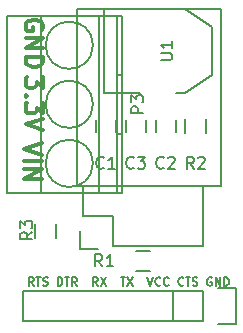
<source format=gbr>
G04 #@! TF.FileFunction,Legend,Top*
%FSLAX46Y46*%
G04 Gerber Fmt 4.6, Leading zero omitted, Abs format (unit mm)*
G04 Created by KiCad (PCBNEW 4.0.2-4+6225~38~ubuntu14.04.1-stable) date Sat 30 Apr 2016 11:35:10 AM PDT*
%MOMM*%
G01*
G04 APERTURE LIST*
%ADD10C,0.100000*%
%ADD11C,0.300000*%
%ADD12C,0.175000*%
%ADD13C,0.200000*%
%ADD14C,0.150000*%
G04 APERTURE END LIST*
D10*
D11*
X129853429Y-109418643D02*
X128353429Y-109918643D01*
X129853429Y-110418643D01*
X128353429Y-110918643D02*
X129853429Y-110918643D01*
X128353429Y-111632929D02*
X129853429Y-111632929D01*
X128353429Y-112490072D01*
X129853429Y-112490072D01*
X129909000Y-99822143D02*
X129980429Y-99679286D01*
X129980429Y-99465000D01*
X129909000Y-99250715D01*
X129766143Y-99107857D01*
X129623286Y-99036429D01*
X129337571Y-98965000D01*
X129123286Y-98965000D01*
X128837571Y-99036429D01*
X128694714Y-99107857D01*
X128551857Y-99250715D01*
X128480429Y-99465000D01*
X128480429Y-99607857D01*
X128551857Y-99822143D01*
X128623286Y-99893572D01*
X129123286Y-99893572D01*
X129123286Y-99607857D01*
X128480429Y-100536429D02*
X129980429Y-100536429D01*
X128480429Y-101393572D01*
X129980429Y-101393572D01*
X128480429Y-102107858D02*
X129980429Y-102107858D01*
X129980429Y-102465001D01*
X129909000Y-102679286D01*
X129766143Y-102822144D01*
X129623286Y-102893572D01*
X129337571Y-102965001D01*
X129123286Y-102965001D01*
X128837571Y-102893572D01*
X128694714Y-102822144D01*
X128551857Y-102679286D01*
X128480429Y-102465001D01*
X128480429Y-102107858D01*
X129980429Y-103830715D02*
X129980429Y-104759286D01*
X129409000Y-104259286D01*
X129409000Y-104473572D01*
X129337571Y-104616429D01*
X129266143Y-104687858D01*
X129123286Y-104759286D01*
X128766143Y-104759286D01*
X128623286Y-104687858D01*
X128551857Y-104616429D01*
X128480429Y-104473572D01*
X128480429Y-104045000D01*
X128551857Y-103902143D01*
X128623286Y-103830715D01*
X128623286Y-105402143D02*
X128551857Y-105473571D01*
X128480429Y-105402143D01*
X128551857Y-105330714D01*
X128623286Y-105402143D01*
X128480429Y-105402143D01*
X129980429Y-105973572D02*
X129980429Y-106902143D01*
X129409000Y-106402143D01*
X129409000Y-106616429D01*
X129337571Y-106759286D01*
X129266143Y-106830715D01*
X129123286Y-106902143D01*
X128766143Y-106902143D01*
X128623286Y-106830715D01*
X128551857Y-106759286D01*
X128480429Y-106616429D01*
X128480429Y-106187857D01*
X128551857Y-106045000D01*
X128623286Y-105973572D01*
X129980429Y-107330714D02*
X128480429Y-107830714D01*
X129980429Y-108330714D01*
D12*
X129156667Y-121474667D02*
X128923333Y-121141333D01*
X128756667Y-121474667D02*
X128756667Y-120774667D01*
X129023333Y-120774667D01*
X129090000Y-120808000D01*
X129123333Y-120841333D01*
X129156667Y-120908000D01*
X129156667Y-121008000D01*
X129123333Y-121074667D01*
X129090000Y-121108000D01*
X129023333Y-121141333D01*
X128756667Y-121141333D01*
X129356667Y-120774667D02*
X129756667Y-120774667D01*
X129556667Y-121474667D02*
X129556667Y-120774667D01*
X129956666Y-121441333D02*
X130056666Y-121474667D01*
X130223333Y-121474667D01*
X130290000Y-121441333D01*
X130323333Y-121408000D01*
X130356666Y-121341333D01*
X130356666Y-121274667D01*
X130323333Y-121208000D01*
X130290000Y-121174667D01*
X130223333Y-121141333D01*
X130090000Y-121108000D01*
X130023333Y-121074667D01*
X129990000Y-121041333D01*
X129956666Y-120974667D01*
X129956666Y-120908000D01*
X129990000Y-120841333D01*
X130023333Y-120808000D01*
X130090000Y-120774667D01*
X130256666Y-120774667D01*
X130356666Y-120808000D01*
D13*
X132842000Y-113030000D02*
X133350000Y-113030000D01*
X132842000Y-112776000D02*
X132842000Y-113030000D01*
X145034000Y-113030000D02*
X145034000Y-98044000D01*
X143510000Y-113030000D02*
X145034000Y-113030000D01*
X132842000Y-98044000D02*
X145034000Y-98044000D01*
X132842000Y-112776000D02*
X132842000Y-98044000D01*
X143510000Y-121920000D02*
X143510000Y-124460000D01*
X140970000Y-121920000D02*
X143510000Y-121920000D01*
X140970000Y-124460000D02*
X140970000Y-121920000D01*
X143510000Y-124460000D02*
X140970000Y-124460000D01*
X140970000Y-121920000D02*
X141224000Y-121920000D01*
X143256000Y-121920000D02*
X143510000Y-121920000D01*
X141224000Y-121920000D02*
X143256000Y-121920000D01*
D12*
X131196669Y-121474667D02*
X131196669Y-120774667D01*
X131363335Y-120774667D01*
X131463335Y-120808000D01*
X131530002Y-120874667D01*
X131563335Y-120941333D01*
X131596669Y-121074667D01*
X131596669Y-121174667D01*
X131563335Y-121308000D01*
X131530002Y-121374667D01*
X131463335Y-121441333D01*
X131363335Y-121474667D01*
X131196669Y-121474667D01*
X131796669Y-120774667D02*
X132196669Y-120774667D01*
X131996669Y-121474667D02*
X131996669Y-120774667D01*
X132830002Y-121474667D02*
X132596668Y-121141333D01*
X132430002Y-121474667D02*
X132430002Y-120774667D01*
X132696668Y-120774667D01*
X132763335Y-120808000D01*
X132796668Y-120841333D01*
X132830002Y-120908000D01*
X132830002Y-121008000D01*
X132796668Y-121074667D01*
X132763335Y-121108000D01*
X132696668Y-121141333D01*
X132430002Y-121141333D01*
X134596668Y-121474667D02*
X134363334Y-121141333D01*
X134196668Y-121474667D02*
X134196668Y-120774667D01*
X134463334Y-120774667D01*
X134530001Y-120808000D01*
X134563334Y-120841333D01*
X134596668Y-120908000D01*
X134596668Y-121008000D01*
X134563334Y-121074667D01*
X134530001Y-121108000D01*
X134463334Y-121141333D01*
X134196668Y-121141333D01*
X134830001Y-120774667D02*
X135296668Y-121474667D01*
X135296668Y-120774667D02*
X134830001Y-121474667D01*
X136530001Y-120774667D02*
X136930001Y-120774667D01*
X136730001Y-121474667D02*
X136730001Y-120774667D01*
X137096667Y-120774667D02*
X137563334Y-121474667D01*
X137563334Y-120774667D02*
X137096667Y-121474667D01*
X138796667Y-120774667D02*
X139030000Y-121474667D01*
X139263333Y-120774667D01*
X139896667Y-121408000D02*
X139863333Y-121441333D01*
X139763333Y-121474667D01*
X139696667Y-121474667D01*
X139596667Y-121441333D01*
X139530000Y-121374667D01*
X139496667Y-121308000D01*
X139463333Y-121174667D01*
X139463333Y-121074667D01*
X139496667Y-120941333D01*
X139530000Y-120874667D01*
X139596667Y-120808000D01*
X139696667Y-120774667D01*
X139763333Y-120774667D01*
X139863333Y-120808000D01*
X139896667Y-120841333D01*
X140596667Y-121408000D02*
X140563333Y-121441333D01*
X140463333Y-121474667D01*
X140396667Y-121474667D01*
X140296667Y-121441333D01*
X140230000Y-121374667D01*
X140196667Y-121308000D01*
X140163333Y-121174667D01*
X140163333Y-121074667D01*
X140196667Y-120941333D01*
X140230000Y-120874667D01*
X140296667Y-120808000D01*
X140396667Y-120774667D01*
X140463333Y-120774667D01*
X140563333Y-120808000D01*
X140596667Y-120841333D01*
X141830000Y-121408000D02*
X141796666Y-121441333D01*
X141696666Y-121474667D01*
X141630000Y-121474667D01*
X141530000Y-121441333D01*
X141463333Y-121374667D01*
X141430000Y-121308000D01*
X141396666Y-121174667D01*
X141396666Y-121074667D01*
X141430000Y-120941333D01*
X141463333Y-120874667D01*
X141530000Y-120808000D01*
X141630000Y-120774667D01*
X141696666Y-120774667D01*
X141796666Y-120808000D01*
X141830000Y-120841333D01*
X142030000Y-120774667D02*
X142430000Y-120774667D01*
X142230000Y-121474667D02*
X142230000Y-120774667D01*
X142629999Y-121441333D02*
X142729999Y-121474667D01*
X142896666Y-121474667D01*
X142963333Y-121441333D01*
X142996666Y-121408000D01*
X143029999Y-121341333D01*
X143029999Y-121274667D01*
X142996666Y-121208000D01*
X142963333Y-121174667D01*
X142896666Y-121141333D01*
X142763333Y-121108000D01*
X142696666Y-121074667D01*
X142663333Y-121041333D01*
X142629999Y-120974667D01*
X142629999Y-120908000D01*
X142663333Y-120841333D01*
X142696666Y-120808000D01*
X142763333Y-120774667D01*
X142929999Y-120774667D01*
X143029999Y-120808000D01*
X144229999Y-120808000D02*
X144163333Y-120774667D01*
X144063333Y-120774667D01*
X143963333Y-120808000D01*
X143896666Y-120874667D01*
X143863333Y-120941333D01*
X143829999Y-121074667D01*
X143829999Y-121174667D01*
X143863333Y-121308000D01*
X143896666Y-121374667D01*
X143963333Y-121441333D01*
X144063333Y-121474667D01*
X144129999Y-121474667D01*
X144229999Y-121441333D01*
X144263333Y-121408000D01*
X144263333Y-121174667D01*
X144129999Y-121174667D01*
X144563333Y-121474667D02*
X144563333Y-120774667D01*
X144963333Y-121474667D01*
X144963333Y-120774667D01*
X145296666Y-121474667D02*
X145296666Y-120774667D01*
X145463332Y-120774667D01*
X145563332Y-120808000D01*
X145629999Y-120874667D01*
X145663332Y-120941333D01*
X145696666Y-121074667D01*
X145696666Y-121174667D01*
X145663332Y-121308000D01*
X145629999Y-121374667D01*
X145563332Y-121441333D01*
X145463332Y-121474667D01*
X145296666Y-121474667D01*
D14*
X141185000Y-108450000D02*
X141185000Y-107450000D01*
X139485000Y-107450000D02*
X139485000Y-108450000D01*
X136105000Y-108450000D02*
X136105000Y-107450000D01*
X134405000Y-107450000D02*
X134405000Y-108450000D01*
X138645000Y-108450000D02*
X138645000Y-107450000D01*
X136945000Y-107450000D02*
X136945000Y-108450000D01*
X135890000Y-118110000D02*
X143510000Y-118110000D01*
X143510000Y-118110000D02*
X143510000Y-113030000D01*
X143510000Y-113030000D02*
X133350000Y-113030000D01*
X133350000Y-113030000D02*
X133350000Y-115570000D01*
X133070000Y-116840000D02*
X133070000Y-118390000D01*
X133350000Y-115570000D02*
X135890000Y-115570000D01*
X135890000Y-115570000D02*
X135890000Y-118110000D01*
X133070000Y-118390000D02*
X134620000Y-118390000D01*
X139030000Y-120255000D02*
X137830000Y-120255000D01*
X137830000Y-118505000D02*
X139030000Y-118505000D01*
X143750000Y-107350000D02*
X143750000Y-108550000D01*
X142000000Y-108550000D02*
X142000000Y-107350000D01*
X129300000Y-117440000D02*
X129300000Y-116240000D01*
X131050000Y-116240000D02*
X131050000Y-117440000D01*
X138176000Y-98044000D02*
X135128000Y-98044000D01*
X135128000Y-98044000D02*
X135128000Y-105156000D01*
X135128000Y-105156000D02*
X138176000Y-105156000D01*
X141224000Y-98044000D02*
X141986000Y-98044000D01*
X141986000Y-98044000D02*
X144272000Y-99568000D01*
X144272000Y-99568000D02*
X144272000Y-103632000D01*
X144272000Y-103632000D02*
X141986000Y-105156000D01*
X141986000Y-105156000D02*
X141224000Y-105156000D01*
X143510000Y-124460000D02*
X128270000Y-124460000D01*
X128270000Y-124460000D02*
X128270000Y-121920000D01*
X128270000Y-121920000D02*
X143510000Y-121920000D01*
X146330000Y-124740000D02*
X144780000Y-124740000D01*
X143510000Y-124460000D02*
X143510000Y-121920000D01*
X144780000Y-121640000D02*
X146330000Y-121640000D01*
X146330000Y-121640000D02*
X146330000Y-124740000D01*
X134180000Y-101125000D02*
G75*
G03X134180000Y-101125000I-2000000J0D01*
G01*
X136180000Y-103625000D02*
X136680000Y-103625000D01*
X136180000Y-108625000D02*
X136680000Y-108625000D01*
X134180000Y-106125000D02*
G75*
G03X134180000Y-106125000I-2000000J0D01*
G01*
X134180000Y-111125000D02*
G75*
G03X134180000Y-111125000I-2000000J0D01*
G01*
X134680000Y-113625000D02*
X134680000Y-98625000D01*
X129780000Y-113625000D02*
X129780000Y-98625000D01*
X136180000Y-113625000D02*
X136180000Y-98625000D01*
X136680000Y-113625000D02*
X136680000Y-98625000D01*
X136680000Y-98625000D02*
X126880000Y-98625000D01*
X126880000Y-98625000D02*
X126880000Y-113625000D01*
X126880000Y-113625000D02*
X136680000Y-113625000D01*
X140168334Y-111482143D02*
X140120715Y-111529762D01*
X139977858Y-111577381D01*
X139882620Y-111577381D01*
X139739762Y-111529762D01*
X139644524Y-111434524D01*
X139596905Y-111339286D01*
X139549286Y-111148810D01*
X139549286Y-111005952D01*
X139596905Y-110815476D01*
X139644524Y-110720238D01*
X139739762Y-110625000D01*
X139882620Y-110577381D01*
X139977858Y-110577381D01*
X140120715Y-110625000D01*
X140168334Y-110672619D01*
X140549286Y-110672619D02*
X140596905Y-110625000D01*
X140692143Y-110577381D01*
X140930239Y-110577381D01*
X141025477Y-110625000D01*
X141073096Y-110672619D01*
X141120715Y-110767857D01*
X141120715Y-110863095D01*
X141073096Y-111005952D01*
X140501667Y-111577381D01*
X141120715Y-111577381D01*
X135088334Y-111482143D02*
X135040715Y-111529762D01*
X134897858Y-111577381D01*
X134802620Y-111577381D01*
X134659762Y-111529762D01*
X134564524Y-111434524D01*
X134516905Y-111339286D01*
X134469286Y-111148810D01*
X134469286Y-111005952D01*
X134516905Y-110815476D01*
X134564524Y-110720238D01*
X134659762Y-110625000D01*
X134802620Y-110577381D01*
X134897858Y-110577381D01*
X135040715Y-110625000D01*
X135088334Y-110672619D01*
X136040715Y-111577381D02*
X135469286Y-111577381D01*
X135755000Y-111577381D02*
X135755000Y-110577381D01*
X135659762Y-110720238D01*
X135564524Y-110815476D01*
X135469286Y-110863095D01*
X137628334Y-111482143D02*
X137580715Y-111529762D01*
X137437858Y-111577381D01*
X137342620Y-111577381D01*
X137199762Y-111529762D01*
X137104524Y-111434524D01*
X137056905Y-111339286D01*
X137009286Y-111148810D01*
X137009286Y-111005952D01*
X137056905Y-110815476D01*
X137104524Y-110720238D01*
X137199762Y-110625000D01*
X137342620Y-110577381D01*
X137437858Y-110577381D01*
X137580715Y-110625000D01*
X137628334Y-110672619D01*
X137961667Y-110577381D02*
X138580715Y-110577381D01*
X138247381Y-110958333D01*
X138390239Y-110958333D01*
X138485477Y-111005952D01*
X138533096Y-111053571D01*
X138580715Y-111148810D01*
X138580715Y-111386905D01*
X138533096Y-111482143D01*
X138485477Y-111529762D01*
X138390239Y-111577381D01*
X138104524Y-111577381D01*
X138009286Y-111529762D01*
X137961667Y-111482143D01*
X134961334Y-119832381D02*
X134628000Y-119356190D01*
X134389905Y-119832381D02*
X134389905Y-118832381D01*
X134770858Y-118832381D01*
X134866096Y-118880000D01*
X134913715Y-118927619D01*
X134961334Y-119022857D01*
X134961334Y-119165714D01*
X134913715Y-119260952D01*
X134866096Y-119308571D01*
X134770858Y-119356190D01*
X134389905Y-119356190D01*
X135913715Y-119832381D02*
X135342286Y-119832381D01*
X135628000Y-119832381D02*
X135628000Y-118832381D01*
X135532762Y-118975238D01*
X135437524Y-119070476D01*
X135342286Y-119118095D01*
X142708334Y-111577381D02*
X142375000Y-111101190D01*
X142136905Y-111577381D02*
X142136905Y-110577381D01*
X142517858Y-110577381D01*
X142613096Y-110625000D01*
X142660715Y-110672619D01*
X142708334Y-110767857D01*
X142708334Y-110910714D01*
X142660715Y-111005952D01*
X142613096Y-111053571D01*
X142517858Y-111101190D01*
X142136905Y-111101190D01*
X143089286Y-110672619D02*
X143136905Y-110625000D01*
X143232143Y-110577381D01*
X143470239Y-110577381D01*
X143565477Y-110625000D01*
X143613096Y-110672619D01*
X143660715Y-110767857D01*
X143660715Y-110863095D01*
X143613096Y-111005952D01*
X143041667Y-111577381D01*
X143660715Y-111577381D01*
X129039881Y-116943166D02*
X128563690Y-117276500D01*
X129039881Y-117514595D02*
X128039881Y-117514595D01*
X128039881Y-117133642D01*
X128087500Y-117038404D01*
X128135119Y-116990785D01*
X128230357Y-116943166D01*
X128373214Y-116943166D01*
X128468452Y-116990785D01*
X128516071Y-117038404D01*
X128563690Y-117133642D01*
X128563690Y-117514595D01*
X128039881Y-116609833D02*
X128039881Y-115990785D01*
X128420833Y-116324119D01*
X128420833Y-116181261D01*
X128468452Y-116086023D01*
X128516071Y-116038404D01*
X128611310Y-115990785D01*
X128849405Y-115990785D01*
X128944643Y-116038404D01*
X128992262Y-116086023D01*
X129039881Y-116181261D01*
X129039881Y-116466976D01*
X128992262Y-116562214D01*
X128944643Y-116609833D01*
X139914381Y-102361905D02*
X140723905Y-102361905D01*
X140819143Y-102314286D01*
X140866762Y-102266667D01*
X140914381Y-102171429D01*
X140914381Y-101980952D01*
X140866762Y-101885714D01*
X140819143Y-101838095D01*
X140723905Y-101790476D01*
X139914381Y-101790476D01*
X140914381Y-100790476D02*
X140914381Y-101361905D01*
X140914381Y-101076191D02*
X139914381Y-101076191D01*
X140057238Y-101171429D01*
X140152476Y-101266667D01*
X140200095Y-101361905D01*
X138432381Y-106863095D02*
X137432381Y-106863095D01*
X137432381Y-106482142D01*
X137480000Y-106386904D01*
X137527619Y-106339285D01*
X137622857Y-106291666D01*
X137765714Y-106291666D01*
X137860952Y-106339285D01*
X137908571Y-106386904D01*
X137956190Y-106482142D01*
X137956190Y-106863095D01*
X137432381Y-105958333D02*
X137432381Y-105339285D01*
X137813333Y-105672619D01*
X137813333Y-105529761D01*
X137860952Y-105434523D01*
X137908571Y-105386904D01*
X138003810Y-105339285D01*
X138241905Y-105339285D01*
X138337143Y-105386904D01*
X138384762Y-105434523D01*
X138432381Y-105529761D01*
X138432381Y-105815476D01*
X138384762Y-105910714D01*
X138337143Y-105958333D01*
M02*

</source>
